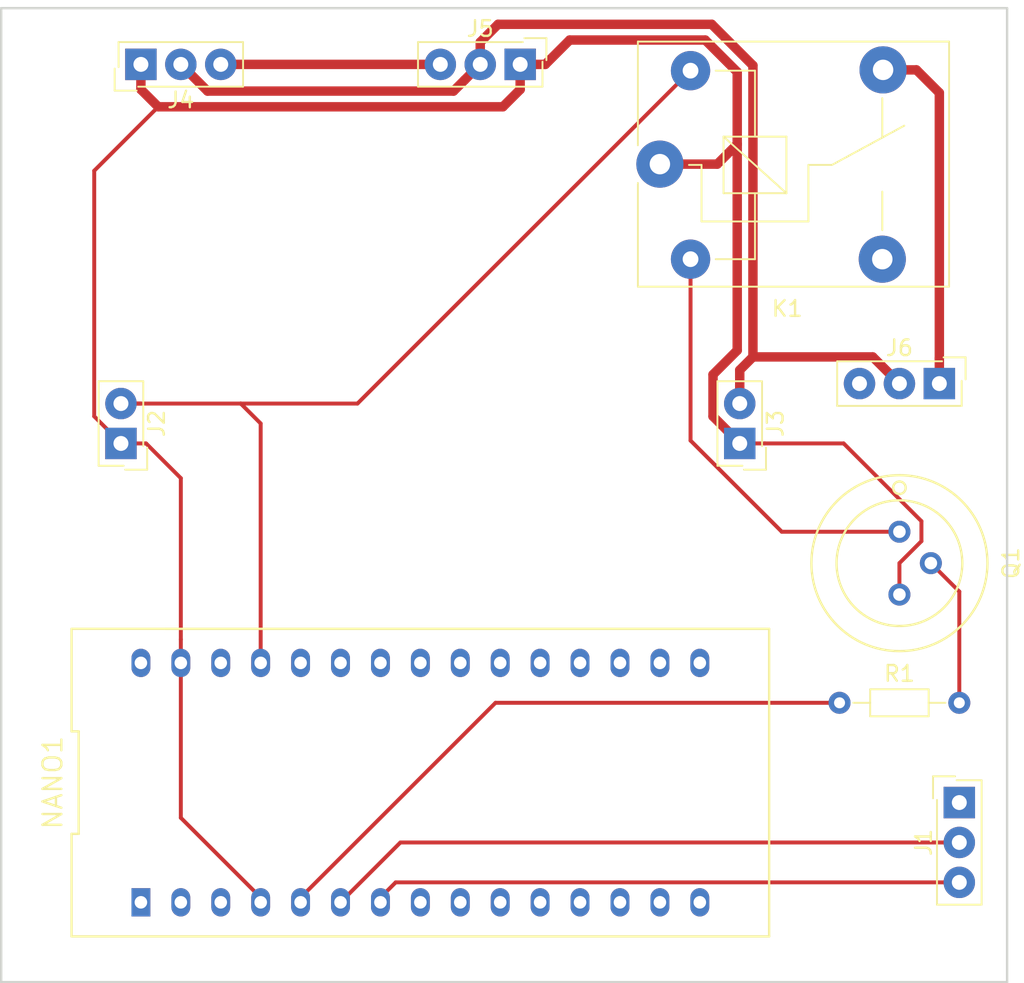
<source format=kicad_pcb>
(kicad_pcb (version 4) (host pcbnew 4.0.7)

  (general
    (links 20)
    (no_connects 2)
    (area 147.244999 33.675 212.845 96.595001)
    (thickness 1.6)
    (drawings 4)
    (tracks 71)
    (zones 0)
    (modules 10)
    (nets 37)
  )

  (page A4)
  (layers
    (0 F.Cu signal)
    (31 B.Cu signal)
    (32 B.Adhes user)
    (33 F.Adhes user)
    (34 B.Paste user)
    (35 F.Paste user)
    (36 B.SilkS user)
    (37 F.SilkS user)
    (38 B.Mask user)
    (39 F.Mask user)
    (40 Dwgs.User user)
    (41 Cmts.User user)
    (42 Eco1.User user)
    (43 Eco2.User user)
    (44 Edge.Cuts user)
    (45 Margin user)
    (46 B.CrtYd user)
    (47 F.CrtYd user)
    (48 B.Fab user)
    (49 F.Fab user)
  )

  (setup
    (last_trace_width 0.25)
    (trace_clearance 0.2)
    (zone_clearance 0.508)
    (zone_45_only no)
    (trace_min 0.2)
    (segment_width 0.2)
    (edge_width 0.15)
    (via_size 0.6)
    (via_drill 0.4)
    (via_min_size 0.4)
    (via_min_drill 0.3)
    (uvia_size 0.3)
    (uvia_drill 0.1)
    (uvias_allowed no)
    (uvia_min_size 0.2)
    (uvia_min_drill 0.1)
    (pcb_text_width 0.3)
    (pcb_text_size 1.5 1.5)
    (mod_edge_width 0.15)
    (mod_text_size 1 1)
    (mod_text_width 0.15)
    (pad_size 1.524 1.524)
    (pad_drill 0.762)
    (pad_to_mask_clearance 0.2)
    (aux_axis_origin 0 0)
    (visible_elements 7FFFFFFF)
    (pcbplotparams
      (layerselection 0x00030_80000001)
      (usegerberextensions false)
      (excludeedgelayer true)
      (linewidth 0.100000)
      (plotframeref false)
      (viasonmask false)
      (mode 1)
      (useauxorigin false)
      (hpglpennumber 1)
      (hpglpenspeed 20)
      (hpglpendiameter 15)
      (hpglpenoverlay 2)
      (psnegative false)
      (psa4output false)
      (plotreference true)
      (plotvalue true)
      (plotinvisibletext false)
      (padsonsilk false)
      (subtractmaskfromsilk false)
      (outputformat 1)
      (mirror false)
      (drillshape 1)
      (scaleselection 1)
      (outputdirectory ""))
  )

  (net 0 "")
  (net 1 "Net-(J1-Pad1)")
  (net 2 "Net-(J1-Pad2)")
  (net 3 "Net-(J1-Pad3)")
  (net 4 "Net-(J2-Pad2)")
  (net 5 "Net-(J4-Pad3)")
  (net 6 "Net-(J6-Pad1)")
  (net 7 "Net-(J6-Pad3)")
  (net 8 "Net-(K1-Pad2)")
  (net 9 "Net-(K1-Pad3)")
  (net 10 "Net-(NANO1-Pad30)")
  (net 11 "Net-(NANO1-Pad1)")
  (net 12 "Net-(NANO1-Pad2)")
  (net 13 "Net-(NANO1-Pad28)")
  (net 14 "Net-(NANO1-Pad3)")
  (net 15 "Net-(NANO1-Pad26)")
  (net 16 "Net-(NANO1-Pad5)")
  (net 17 "Net-(NANO1-Pad25)")
  (net 18 "Net-(NANO1-Pad24)")
  (net 19 "Net-(NANO1-Pad23)")
  (net 20 "Net-(NANO1-Pad8)")
  (net 21 "Net-(NANO1-Pad22)")
  (net 22 "Net-(NANO1-Pad9)")
  (net 23 "Net-(NANO1-Pad21)")
  (net 24 "Net-(NANO1-Pad10)")
  (net 25 "Net-(NANO1-Pad20)")
  (net 26 "Net-(NANO1-Pad11)")
  (net 27 "Net-(NANO1-Pad19)")
  (net 28 "Net-(NANO1-Pad12)")
  (net 29 "Net-(NANO1-Pad18)")
  (net 30 "Net-(NANO1-Pad13)")
  (net 31 "Net-(NANO1-Pad17)")
  (net 32 "Net-(NANO1-Pad14)")
  (net 33 "Net-(NANO1-Pad16)")
  (net 34 "Net-(NANO1-Pad15)")
  (net 35 "Net-(Q1-Pad2)")
  (net 36 "Net-(J3-Pad2)")

  (net_class Default "Ceci est la Netclass par défaut"
    (clearance 0.2)
    (trace_width 0.25)
    (via_dia 0.6)
    (via_drill 0.4)
    (uvia_dia 0.3)
    (uvia_drill 0.1)
    (add_net "Net-(J1-Pad2)")
    (add_net "Net-(J1-Pad3)")
    (add_net "Net-(J2-Pad2)")
    (add_net "Net-(J6-Pad3)")
    (add_net "Net-(K1-Pad2)")
    (add_net "Net-(K1-Pad3)")
    (add_net "Net-(NANO1-Pad1)")
    (add_net "Net-(NANO1-Pad10)")
    (add_net "Net-(NANO1-Pad11)")
    (add_net "Net-(NANO1-Pad12)")
    (add_net "Net-(NANO1-Pad13)")
    (add_net "Net-(NANO1-Pad14)")
    (add_net "Net-(NANO1-Pad15)")
    (add_net "Net-(NANO1-Pad16)")
    (add_net "Net-(NANO1-Pad17)")
    (add_net "Net-(NANO1-Pad18)")
    (add_net "Net-(NANO1-Pad19)")
    (add_net "Net-(NANO1-Pad2)")
    (add_net "Net-(NANO1-Pad20)")
    (add_net "Net-(NANO1-Pad21)")
    (add_net "Net-(NANO1-Pad22)")
    (add_net "Net-(NANO1-Pad23)")
    (add_net "Net-(NANO1-Pad24)")
    (add_net "Net-(NANO1-Pad25)")
    (add_net "Net-(NANO1-Pad26)")
    (add_net "Net-(NANO1-Pad28)")
    (add_net "Net-(NANO1-Pad3)")
    (add_net "Net-(NANO1-Pad30)")
    (add_net "Net-(NANO1-Pad5)")
    (add_net "Net-(NANO1-Pad8)")
    (add_net "Net-(NANO1-Pad9)")
    (add_net "Net-(Q1-Pad2)")
  )

  (net_class "Alim 24V" ""
    (clearance 0.4)
    (trace_width 0.6)
    (via_dia 0.8)
    (via_drill 0.4)
    (uvia_dia 0.3)
    (uvia_drill 0.1)
    (add_net "Net-(J1-Pad1)")
    (add_net "Net-(J3-Pad2)")
    (add_net "Net-(J4-Pad3)")
    (add_net "Net-(J6-Pad1)")
  )

  (module Connectors_Samtec:SL-103-X-XX_1x03 (layer F.Cu) (tedit 590274D5) (tstamp 5B074825)
    (at 208.28 85.09)
    (descr "Low profile, screw machine socket strip, through hole, 100mil / 2.54mm pitch")
    (tags "samtec socket strip tht single")
    (path /5B073F4F)
    (fp_text reference J1 (at -2.27 2.54 90) (layer F.SilkS)
      (effects (font (size 1 1) (thickness 0.15)))
    )
    (fp_text value "Command switch" (at 2.27 2.54 90) (layer F.Fab)
      (effects (font (size 1 1) (thickness 0.15)))
    )
    (fp_line (start -0.17 -1.42) (end 1.42 -1.42) (layer F.SilkS) (width 0.12))
    (fp_line (start 1.42 -1.42) (end 1.42 6.5) (layer F.SilkS) (width 0.12))
    (fp_line (start 1.42 6.5) (end -1.42 6.5) (layer F.SilkS) (width 0.12))
    (fp_line (start -1.42 6.5) (end -1.42 -0.17) (layer F.SilkS) (width 0.12))
    (fp_line (start -0.27 -1.67) (end -1.67 -1.67) (layer F.SilkS) (width 0.12))
    (fp_line (start -1.67 -1.67) (end -1.67 -0.27) (layer F.SilkS) (width 0.12))
    (fp_line (start -0.27 -1.67) (end -1.67 -1.67) (layer F.Fab) (width 0.1))
    (fp_line (start -1.67 -1.67) (end -1.67 -0.27) (layer F.Fab) (width 0.1))
    (fp_line (start -1.27 -1.27) (end -1.27 6.35) (layer F.Fab) (width 0.1))
    (fp_line (start -1.27 6.35) (end 1.27 6.35) (layer F.Fab) (width 0.1))
    (fp_line (start 1.27 6.35) (end 1.27 -1.27) (layer F.Fab) (width 0.1))
    (fp_line (start 1.27 -1.27) (end -1.27 -1.27) (layer F.Fab) (width 0.1))
    (fp_line (start -1.77 -1.77) (end -1.77 6.85) (layer F.CrtYd) (width 0.05))
    (fp_line (start -1.77 6.85) (end 1.77 6.85) (layer F.CrtYd) (width 0.05))
    (fp_line (start 1.77 6.85) (end 1.77 -1.77) (layer F.CrtYd) (width 0.05))
    (fp_line (start 1.77 -1.77) (end -1.77 -1.77) (layer F.CrtYd) (width 0.05))
    (fp_line (start -1.27 1.27) (end -1.07 1.27) (layer F.Fab) (width 0.1))
    (fp_line (start 1.27 1.27) (end 1.07 1.27) (layer F.Fab) (width 0.1))
    (fp_line (start -1.27 3.81) (end -1.07 3.81) (layer F.Fab) (width 0.1))
    (fp_line (start 1.27 3.81) (end 1.07 3.81) (layer F.Fab) (width 0.1))
    (fp_line (start -1.27 6.35) (end -1.07 6.35) (layer F.Fab) (width 0.1))
    (fp_line (start 1.27 6.35) (end 1.07 6.35) (layer F.Fab) (width 0.1))
    (fp_text user %R (at 0 2.54 90) (layer F.Fab)
      (effects (font (size 1 1) (thickness 0.15)))
    )
    (pad 1 thru_hole rect (at 0 0) (size 2 2) (drill 0.95) (layers *.Cu *.Mask)
      (net 1 "Net-(J1-Pad1)"))
    (pad 2 thru_hole circle (at 0 2.54) (size 2 2) (drill 0.95) (layers *.Cu *.Mask)
      (net 2 "Net-(J1-Pad2)"))
    (pad 3 thru_hole circle (at 0 5.08) (size 2 2) (drill 0.95) (layers *.Cu *.Mask)
      (net 3 "Net-(J1-Pad3)"))
    (model ${KISYS3DMOD}/Connectors_Samtec.3dshapes/SL-103-X-XX_1x03.wrl
      (at (xyz 0 0 0))
      (scale (xyz 1 1 1))
      (rotate (xyz 0 0 0))
    )
  )

  (module Connectors_Samtec:SL-102-X-XX_1x02 (layer F.Cu) (tedit 590274D5) (tstamp 5B07482B)
    (at 154.94 62.23 180)
    (descr "Low profile, screw machine socket strip, through hole, 100mil / 2.54mm pitch")
    (tags "samtec socket strip tht single")
    (path /5B0739FD)
    (fp_text reference J2 (at -2.27 1.27 270) (layer F.SilkS)
      (effects (font (size 1 1) (thickness 0.15)))
    )
    (fp_text value "Transfo Output 5V" (at 2.27 1.27 270) (layer F.Fab)
      (effects (font (size 1 1) (thickness 0.15)))
    )
    (fp_line (start -0.17 -1.42) (end 1.42 -1.42) (layer F.SilkS) (width 0.12))
    (fp_line (start 1.42 -1.42) (end 1.42 3.96) (layer F.SilkS) (width 0.12))
    (fp_line (start 1.42 3.96) (end -1.42 3.96) (layer F.SilkS) (width 0.12))
    (fp_line (start -1.42 3.96) (end -1.42 -0.17) (layer F.SilkS) (width 0.12))
    (fp_line (start -0.27 -1.67) (end -1.67 -1.67) (layer F.SilkS) (width 0.12))
    (fp_line (start -1.67 -1.67) (end -1.67 -0.27) (layer F.SilkS) (width 0.12))
    (fp_line (start -0.27 -1.67) (end -1.67 -1.67) (layer F.Fab) (width 0.1))
    (fp_line (start -1.67 -1.67) (end -1.67 -0.27) (layer F.Fab) (width 0.1))
    (fp_line (start -1.27 -1.27) (end -1.27 3.81) (layer F.Fab) (width 0.1))
    (fp_line (start -1.27 3.81) (end 1.27 3.81) (layer F.Fab) (width 0.1))
    (fp_line (start 1.27 3.81) (end 1.27 -1.27) (layer F.Fab) (width 0.1))
    (fp_line (start 1.27 -1.27) (end -1.27 -1.27) (layer F.Fab) (width 0.1))
    (fp_line (start -1.77 -1.77) (end -1.77 4.31) (layer F.CrtYd) (width 0.05))
    (fp_line (start -1.77 4.31) (end 1.77 4.31) (layer F.CrtYd) (width 0.05))
    (fp_line (start 1.77 4.31) (end 1.77 -1.77) (layer F.CrtYd) (width 0.05))
    (fp_line (start 1.77 -1.77) (end -1.77 -1.77) (layer F.CrtYd) (width 0.05))
    (fp_line (start -1.27 1.27) (end -1.07 1.27) (layer F.Fab) (width 0.1))
    (fp_line (start 1.27 1.27) (end 1.07 1.27) (layer F.Fab) (width 0.1))
    (fp_line (start -1.27 3.81) (end -1.07 3.81) (layer F.Fab) (width 0.1))
    (fp_line (start 1.27 3.81) (end 1.07 3.81) (layer F.Fab) (width 0.1))
    (fp_text user %R (at 0 1.27 270) (layer F.Fab)
      (effects (font (size 1 1) (thickness 0.15)))
    )
    (pad 1 thru_hole rect (at 0 0 180) (size 2 2) (drill 0.95) (layers *.Cu *.Mask)
      (net 1 "Net-(J1-Pad1)"))
    (pad 2 thru_hole circle (at 0 2.54 180) (size 2 2) (drill 0.95) (layers *.Cu *.Mask)
      (net 4 "Net-(J2-Pad2)"))
    (model ${KISYS3DMOD}/Connectors_Samtec.3dshapes/SL-102-X-XX_1x02.wrl
      (at (xyz 0 0 0))
      (scale (xyz 1 1 1))
      (rotate (xyz 0 0 0))
    )
  )

  (module Connectors_Samtec:SL-102-X-XX_1x02 (layer F.Cu) (tedit 590274D5) (tstamp 5B074831)
    (at 194.31 62.23 180)
    (descr "Low profile, screw machine socket strip, through hole, 100mil / 2.54mm pitch")
    (tags "samtec socket strip tht single")
    (path /5B073634)
    (fp_text reference J3 (at -2.27 1.27 270) (layer F.SilkS)
      (effects (font (size 1 1) (thickness 0.15)))
    )
    (fp_text value "Transfo Input 24V" (at 2.27 1.27 270) (layer F.Fab)
      (effects (font (size 1 1) (thickness 0.15)))
    )
    (fp_line (start -0.17 -1.42) (end 1.42 -1.42) (layer F.SilkS) (width 0.12))
    (fp_line (start 1.42 -1.42) (end 1.42 3.96) (layer F.SilkS) (width 0.12))
    (fp_line (start 1.42 3.96) (end -1.42 3.96) (layer F.SilkS) (width 0.12))
    (fp_line (start -1.42 3.96) (end -1.42 -0.17) (layer F.SilkS) (width 0.12))
    (fp_line (start -0.27 -1.67) (end -1.67 -1.67) (layer F.SilkS) (width 0.12))
    (fp_line (start -1.67 -1.67) (end -1.67 -0.27) (layer F.SilkS) (width 0.12))
    (fp_line (start -0.27 -1.67) (end -1.67 -1.67) (layer F.Fab) (width 0.1))
    (fp_line (start -1.67 -1.67) (end -1.67 -0.27) (layer F.Fab) (width 0.1))
    (fp_line (start -1.27 -1.27) (end -1.27 3.81) (layer F.Fab) (width 0.1))
    (fp_line (start -1.27 3.81) (end 1.27 3.81) (layer F.Fab) (width 0.1))
    (fp_line (start 1.27 3.81) (end 1.27 -1.27) (layer F.Fab) (width 0.1))
    (fp_line (start 1.27 -1.27) (end -1.27 -1.27) (layer F.Fab) (width 0.1))
    (fp_line (start -1.77 -1.77) (end -1.77 4.31) (layer F.CrtYd) (width 0.05))
    (fp_line (start -1.77 4.31) (end 1.77 4.31) (layer F.CrtYd) (width 0.05))
    (fp_line (start 1.77 4.31) (end 1.77 -1.77) (layer F.CrtYd) (width 0.05))
    (fp_line (start 1.77 -1.77) (end -1.77 -1.77) (layer F.CrtYd) (width 0.05))
    (fp_line (start -1.27 1.27) (end -1.07 1.27) (layer F.Fab) (width 0.1))
    (fp_line (start 1.27 1.27) (end 1.07 1.27) (layer F.Fab) (width 0.1))
    (fp_line (start -1.27 3.81) (end -1.07 3.81) (layer F.Fab) (width 0.1))
    (fp_line (start 1.27 3.81) (end 1.07 3.81) (layer F.Fab) (width 0.1))
    (fp_text user %R (at 0 1.27 270) (layer F.Fab)
      (effects (font (size 1 1) (thickness 0.15)))
    )
    (pad 1 thru_hole rect (at 0 0 180) (size 2 2) (drill 0.95) (layers *.Cu *.Mask)
      (net 1 "Net-(J1-Pad1)"))
    (pad 2 thru_hole circle (at 0 2.54 180) (size 2 2) (drill 0.95) (layers *.Cu *.Mask)
      (net 36 "Net-(J3-Pad2)"))
    (model ${KISYS3DMOD}/Connectors_Samtec.3dshapes/SL-102-X-XX_1x02.wrl
      (at (xyz 0 0 0))
      (scale (xyz 1 1 1))
      (rotate (xyz 0 0 0))
    )
  )

  (module Connectors_Samtec:SL-103-X-XX_1x03 (layer F.Cu) (tedit 590274D5) (tstamp 5B074838)
    (at 156.21 38.1 90)
    (descr "Low profile, screw machine socket strip, through hole, 100mil / 2.54mm pitch")
    (tags "samtec socket strip tht single")
    (path /5B0729D3)
    (fp_text reference J4 (at -2.27 2.54 180) (layer F.SilkS)
      (effects (font (size 1 1) (thickness 0.15)))
    )
    (fp_text value "24V In. / Compressor relay" (at 2.27 2.54 180) (layer F.Fab)
      (effects (font (size 1 1) (thickness 0.15)))
    )
    (fp_line (start -0.17 -1.42) (end 1.42 -1.42) (layer F.SilkS) (width 0.12))
    (fp_line (start 1.42 -1.42) (end 1.42 6.5) (layer F.SilkS) (width 0.12))
    (fp_line (start 1.42 6.5) (end -1.42 6.5) (layer F.SilkS) (width 0.12))
    (fp_line (start -1.42 6.5) (end -1.42 -0.17) (layer F.SilkS) (width 0.12))
    (fp_line (start -0.27 -1.67) (end -1.67 -1.67) (layer F.SilkS) (width 0.12))
    (fp_line (start -1.67 -1.67) (end -1.67 -0.27) (layer F.SilkS) (width 0.12))
    (fp_line (start -0.27 -1.67) (end -1.67 -1.67) (layer F.Fab) (width 0.1))
    (fp_line (start -1.67 -1.67) (end -1.67 -0.27) (layer F.Fab) (width 0.1))
    (fp_line (start -1.27 -1.27) (end -1.27 6.35) (layer F.Fab) (width 0.1))
    (fp_line (start -1.27 6.35) (end 1.27 6.35) (layer F.Fab) (width 0.1))
    (fp_line (start 1.27 6.35) (end 1.27 -1.27) (layer F.Fab) (width 0.1))
    (fp_line (start 1.27 -1.27) (end -1.27 -1.27) (layer F.Fab) (width 0.1))
    (fp_line (start -1.77 -1.77) (end -1.77 6.85) (layer F.CrtYd) (width 0.05))
    (fp_line (start -1.77 6.85) (end 1.77 6.85) (layer F.CrtYd) (width 0.05))
    (fp_line (start 1.77 6.85) (end 1.77 -1.77) (layer F.CrtYd) (width 0.05))
    (fp_line (start 1.77 -1.77) (end -1.77 -1.77) (layer F.CrtYd) (width 0.05))
    (fp_line (start -1.27 1.27) (end -1.07 1.27) (layer F.Fab) (width 0.1))
    (fp_line (start 1.27 1.27) (end 1.07 1.27) (layer F.Fab) (width 0.1))
    (fp_line (start -1.27 3.81) (end -1.07 3.81) (layer F.Fab) (width 0.1))
    (fp_line (start 1.27 3.81) (end 1.07 3.81) (layer F.Fab) (width 0.1))
    (fp_line (start -1.27 6.35) (end -1.07 6.35) (layer F.Fab) (width 0.1))
    (fp_line (start 1.27 6.35) (end 1.07 6.35) (layer F.Fab) (width 0.1))
    (fp_text user %R (at 0 2.54 180) (layer F.Fab)
      (effects (font (size 1 1) (thickness 0.15)))
    )
    (pad 1 thru_hole rect (at 0 0 90) (size 2 2) (drill 0.95) (layers *.Cu *.Mask)
      (net 1 "Net-(J1-Pad1)"))
    (pad 2 thru_hole circle (at 0 2.54 90) (size 2 2) (drill 0.95) (layers *.Cu *.Mask)
      (net 36 "Net-(J3-Pad2)"))
    (pad 3 thru_hole circle (at 0 5.08 90) (size 2 2) (drill 0.95) (layers *.Cu *.Mask)
      (net 5 "Net-(J4-Pad3)"))
    (model ${KISYS3DMOD}/Connectors_Samtec.3dshapes/SL-103-X-XX_1x03.wrl
      (at (xyz 0 0 0))
      (scale (xyz 1 1 1))
      (rotate (xyz 0 0 0))
    )
  )

  (module Connectors_Samtec:SL-103-X-XX_1x03 (layer F.Cu) (tedit 590274D5) (tstamp 5B07483F)
    (at 180.34 38.1 270)
    (descr "Low profile, screw machine socket strip, through hole, 100mil / 2.54mm pitch")
    (tags "samtec socket strip tht single")
    (path /5B073DA7)
    (fp_text reference J5 (at -2.27 2.54 360) (layer F.SilkS)
      (effects (font (size 1 1) (thickness 0.15)))
    )
    (fp_text value "Pressure switch" (at 2.27 2.54 360) (layer F.Fab)
      (effects (font (size 1 1) (thickness 0.15)))
    )
    (fp_line (start -0.17 -1.42) (end 1.42 -1.42) (layer F.SilkS) (width 0.12))
    (fp_line (start 1.42 -1.42) (end 1.42 6.5) (layer F.SilkS) (width 0.12))
    (fp_line (start 1.42 6.5) (end -1.42 6.5) (layer F.SilkS) (width 0.12))
    (fp_line (start -1.42 6.5) (end -1.42 -0.17) (layer F.SilkS) (width 0.12))
    (fp_line (start -0.27 -1.67) (end -1.67 -1.67) (layer F.SilkS) (width 0.12))
    (fp_line (start -1.67 -1.67) (end -1.67 -0.27) (layer F.SilkS) (width 0.12))
    (fp_line (start -0.27 -1.67) (end -1.67 -1.67) (layer F.Fab) (width 0.1))
    (fp_line (start -1.67 -1.67) (end -1.67 -0.27) (layer F.Fab) (width 0.1))
    (fp_line (start -1.27 -1.27) (end -1.27 6.35) (layer F.Fab) (width 0.1))
    (fp_line (start -1.27 6.35) (end 1.27 6.35) (layer F.Fab) (width 0.1))
    (fp_line (start 1.27 6.35) (end 1.27 -1.27) (layer F.Fab) (width 0.1))
    (fp_line (start 1.27 -1.27) (end -1.27 -1.27) (layer F.Fab) (width 0.1))
    (fp_line (start -1.77 -1.77) (end -1.77 6.85) (layer F.CrtYd) (width 0.05))
    (fp_line (start -1.77 6.85) (end 1.77 6.85) (layer F.CrtYd) (width 0.05))
    (fp_line (start 1.77 6.85) (end 1.77 -1.77) (layer F.CrtYd) (width 0.05))
    (fp_line (start 1.77 -1.77) (end -1.77 -1.77) (layer F.CrtYd) (width 0.05))
    (fp_line (start -1.27 1.27) (end -1.07 1.27) (layer F.Fab) (width 0.1))
    (fp_line (start 1.27 1.27) (end 1.07 1.27) (layer F.Fab) (width 0.1))
    (fp_line (start -1.27 3.81) (end -1.07 3.81) (layer F.Fab) (width 0.1))
    (fp_line (start 1.27 3.81) (end 1.07 3.81) (layer F.Fab) (width 0.1))
    (fp_line (start -1.27 6.35) (end -1.07 6.35) (layer F.Fab) (width 0.1))
    (fp_line (start 1.27 6.35) (end 1.07 6.35) (layer F.Fab) (width 0.1))
    (fp_text user %R (at 0 2.54 360) (layer F.Fab)
      (effects (font (size 1 1) (thickness 0.15)))
    )
    (pad 1 thru_hole rect (at 0 0 270) (size 2 2) (drill 0.95) (layers *.Cu *.Mask)
      (net 1 "Net-(J1-Pad1)"))
    (pad 2 thru_hole circle (at 0 2.54 270) (size 2 2) (drill 0.95) (layers *.Cu *.Mask)
      (net 36 "Net-(J3-Pad2)"))
    (pad 3 thru_hole circle (at 0 5.08 270) (size 2 2) (drill 0.95) (layers *.Cu *.Mask)
      (net 5 "Net-(J4-Pad3)"))
    (model ${KISYS3DMOD}/Connectors_Samtec.3dshapes/SL-103-X-XX_1x03.wrl
      (at (xyz 0 0 0))
      (scale (xyz 1 1 1))
      (rotate (xyz 0 0 0))
    )
  )

  (module Connectors_Samtec:SL-103-X-XX_1x03 (layer F.Cu) (tedit 590274D5) (tstamp 5B074846)
    (at 207.01 58.42 270)
    (descr "Low profile, screw machine socket strip, through hole, 100mil / 2.54mm pitch")
    (tags "samtec socket strip tht single")
    (path /5B075310)
    (fp_text reference J6 (at -2.27 2.54 360) (layer F.SilkS)
      (effects (font (size 1 1) (thickness 0.15)))
    )
    (fp_text value "Solenoid valve" (at 2.27 2.54 360) (layer F.Fab)
      (effects (font (size 1 1) (thickness 0.15)))
    )
    (fp_line (start -0.17 -1.42) (end 1.42 -1.42) (layer F.SilkS) (width 0.12))
    (fp_line (start 1.42 -1.42) (end 1.42 6.5) (layer F.SilkS) (width 0.12))
    (fp_line (start 1.42 6.5) (end -1.42 6.5) (layer F.SilkS) (width 0.12))
    (fp_line (start -1.42 6.5) (end -1.42 -0.17) (layer F.SilkS) (width 0.12))
    (fp_line (start -0.27 -1.67) (end -1.67 -1.67) (layer F.SilkS) (width 0.12))
    (fp_line (start -1.67 -1.67) (end -1.67 -0.27) (layer F.SilkS) (width 0.12))
    (fp_line (start -0.27 -1.67) (end -1.67 -1.67) (layer F.Fab) (width 0.1))
    (fp_line (start -1.67 -1.67) (end -1.67 -0.27) (layer F.Fab) (width 0.1))
    (fp_line (start -1.27 -1.27) (end -1.27 6.35) (layer F.Fab) (width 0.1))
    (fp_line (start -1.27 6.35) (end 1.27 6.35) (layer F.Fab) (width 0.1))
    (fp_line (start 1.27 6.35) (end 1.27 -1.27) (layer F.Fab) (width 0.1))
    (fp_line (start 1.27 -1.27) (end -1.27 -1.27) (layer F.Fab) (width 0.1))
    (fp_line (start -1.77 -1.77) (end -1.77 6.85) (layer F.CrtYd) (width 0.05))
    (fp_line (start -1.77 6.85) (end 1.77 6.85) (layer F.CrtYd) (width 0.05))
    (fp_line (start 1.77 6.85) (end 1.77 -1.77) (layer F.CrtYd) (width 0.05))
    (fp_line (start 1.77 -1.77) (end -1.77 -1.77) (layer F.CrtYd) (width 0.05))
    (fp_line (start -1.27 1.27) (end -1.07 1.27) (layer F.Fab) (width 0.1))
    (fp_line (start 1.27 1.27) (end 1.07 1.27) (layer F.Fab) (width 0.1))
    (fp_line (start -1.27 3.81) (end -1.07 3.81) (layer F.Fab) (width 0.1))
    (fp_line (start 1.27 3.81) (end 1.07 3.81) (layer F.Fab) (width 0.1))
    (fp_line (start -1.27 6.35) (end -1.07 6.35) (layer F.Fab) (width 0.1))
    (fp_line (start 1.27 6.35) (end 1.07 6.35) (layer F.Fab) (width 0.1))
    (fp_text user %R (at 0 2.54 360) (layer F.Fab)
      (effects (font (size 1 1) (thickness 0.15)))
    )
    (pad 1 thru_hole rect (at 0 0 270) (size 2 2) (drill 0.95) (layers *.Cu *.Mask)
      (net 6 "Net-(J6-Pad1)"))
    (pad 2 thru_hole circle (at 0 2.54 270) (size 2 2) (drill 0.95) (layers *.Cu *.Mask)
      (net 36 "Net-(J3-Pad2)"))
    (pad 3 thru_hole circle (at 0 5.08 270) (size 2 2) (drill 0.95) (layers *.Cu *.Mask)
      (net 7 "Net-(J6-Pad3)"))
    (model ${KISYS3DMOD}/Connectors_Samtec.3dshapes/SL-103-X-XX_1x03.wrl
      (at (xyz 0 0 0))
      (scale (xyz 1 1 1))
      (rotate (xyz 0 0 0))
    )
  )

  (module Relays_THT:Relay_SPDT_SANYOU_SRD_Series_Form_C (layer F.Cu) (tedit 58FA3148) (tstamp 5B07484F)
    (at 189.23 44.45)
    (descr "relay Sanyou SRD series Form C http://www.sanyourelay.ca/public/products/pdf/SRD.pdf")
    (tags "relay Sanyu SRD form C")
    (path /5B074D11)
    (fp_text reference K1 (at 8.1 9.2) (layer F.SilkS)
      (effects (font (size 1 1) (thickness 0.15)))
    )
    (fp_text value "Solenoid valve relay" (at 8 -9.6) (layer F.Fab)
      (effects (font (size 1 1) (thickness 0.15)))
    )
    (fp_line (start -1.4 1.2) (end -1.4 7.8) (layer F.SilkS) (width 0.12))
    (fp_line (start -1.4 -7.8) (end -1.4 -1.2) (layer F.SilkS) (width 0.12))
    (fp_line (start -1.4 -7.8) (end 18.4 -7.8) (layer F.SilkS) (width 0.12))
    (fp_line (start 18.4 -7.8) (end 18.4 7.8) (layer F.SilkS) (width 0.12))
    (fp_line (start 18.4 7.8) (end -1.4 7.8) (layer F.SilkS) (width 0.12))
    (fp_text user 1 (at 0 -2.3) (layer F.Fab)
      (effects (font (size 1 1) (thickness 0.15)))
    )
    (fp_line (start -1.3 -7.7) (end 18.3 -7.7) (layer F.Fab) (width 0.12))
    (fp_line (start 18.3 -7.7) (end 18.3 7.7) (layer F.Fab) (width 0.12))
    (fp_line (start 18.3 7.7) (end -1.3 7.7) (layer F.Fab) (width 0.12))
    (fp_line (start -1.3 7.7) (end -1.3 -7.7) (layer F.Fab) (width 0.12))
    (fp_text user %R (at 7.1 0.025) (layer F.Fab)
      (effects (font (size 1 1) (thickness 0.15)))
    )
    (fp_line (start 18.55 -7.95) (end -1.55 -7.95) (layer F.CrtYd) (width 0.05))
    (fp_line (start -1.55 7.95) (end -1.55 -7.95) (layer F.CrtYd) (width 0.05))
    (fp_line (start 18.55 -7.95) (end 18.55 7.95) (layer F.CrtYd) (width 0.05))
    (fp_line (start -1.55 7.95) (end 18.55 7.95) (layer F.CrtYd) (width 0.05))
    (fp_line (start 14.15 4.2) (end 14.15 1.75) (layer F.SilkS) (width 0.12))
    (fp_line (start 14.15 -4.2) (end 14.15 -1.7) (layer F.SilkS) (width 0.12))
    (fp_line (start 3.55 6.05) (end 6.05 6.05) (layer F.SilkS) (width 0.12))
    (fp_line (start 2.65 0.05) (end 1.85 0.05) (layer F.SilkS) (width 0.12))
    (fp_line (start 6.05 -5.95) (end 3.55 -5.95) (layer F.SilkS) (width 0.12))
    (fp_line (start 9.45 0.05) (end 10.95 0.05) (layer F.SilkS) (width 0.12))
    (fp_line (start 10.95 0.05) (end 15.55 -2.45) (layer F.SilkS) (width 0.12))
    (fp_line (start 9.45 3.65) (end 2.65 3.65) (layer F.SilkS) (width 0.12))
    (fp_line (start 9.45 0.05) (end 9.45 3.65) (layer F.SilkS) (width 0.12))
    (fp_line (start 2.65 0.05) (end 2.65 3.65) (layer F.SilkS) (width 0.12))
    (fp_line (start 6.05 -5.95) (end 6.05 -1.75) (layer F.SilkS) (width 0.12))
    (fp_line (start 6.05 1.85) (end 6.05 6.05) (layer F.SilkS) (width 0.12))
    (fp_line (start 8.05 1.85) (end 4.05 -1.75) (layer F.SilkS) (width 0.12))
    (fp_line (start 4.05 1.85) (end 4.05 -1.75) (layer F.SilkS) (width 0.12))
    (fp_line (start 4.05 -1.75) (end 8.05 -1.75) (layer F.SilkS) (width 0.12))
    (fp_line (start 8.05 -1.75) (end 8.05 1.85) (layer F.SilkS) (width 0.12))
    (fp_line (start 8.05 1.85) (end 4.05 1.85) (layer F.SilkS) (width 0.12))
    (pad 2 thru_hole circle (at 1.95 6.05 90) (size 2.5 2.5) (drill 1) (layers *.Cu *.Mask)
      (net 8 "Net-(K1-Pad2)"))
    (pad 3 thru_hole circle (at 14.15 6.05 90) (size 3 3) (drill 1.3) (layers *.Cu *.Mask)
      (net 9 "Net-(K1-Pad3)"))
    (pad 4 thru_hole circle (at 14.2 -6 90) (size 3 3) (drill 1.3) (layers *.Cu *.Mask)
      (net 6 "Net-(J6-Pad1)"))
    (pad 5 thru_hole circle (at 1.95 -5.95 90) (size 2.5 2.5) (drill 1) (layers *.Cu *.Mask)
      (net 4 "Net-(J2-Pad2)"))
    (pad 1 thru_hole circle (at 0 0 90) (size 3 3) (drill 1.3) (layers *.Cu *.Mask)
      (net 1 "Net-(J1-Pad1)"))
    (model ${KISYS3DMOD}/Relays_THT.3dshapes/Relay_SPDT_SANYOU_SRD_Series_Form_C.wrl
      (at (xyz 0 0 0))
      (scale (xyz 1 1 1))
      (rotate (xyz 0 0 0))
    )
  )

  (module arduino-nano-3:arduino-nano-3 (layer F.Cu) (tedit 5B0731E5) (tstamp 5B07487D)
    (at 173.99 83.82)
    (tags arduino)
    (path /5B07299C)
    (fp_text reference NANO1 (at -23.39 0 90) (layer F.SilkS)
      (effects (font (size 1.2 1.2) (thickness 0.15)))
    )
    (fp_text value arduino-nano-3 (at 0 0) (layer F.Fab)
      (effects (font (size 1.2 1.2) (thickness 0.15)))
    )
    (fp_line (start -22.5 -10) (end -22.5 10) (layer F.CrtYd) (width 0.15))
    (fp_line (start -22.5 10) (end 22.5 10) (layer F.CrtYd) (width 0.15))
    (fp_line (start 22.5 10) (end 22.5 -10) (layer F.CrtYd) (width 0.15))
    (fp_line (start 22.5 -10) (end -22.5 -10) (layer F.CrtYd) (width 0.15))
    (fp_line (start -22.19 9.789999) (end 22.19 9.79) (layer F.SilkS) (width 0.15))
    (fp_line (start 22.19 9.79) (end 22.19 -9.789999) (layer F.SilkS) (width 0.15))
    (fp_line (start 22.19 -9.789999) (end -22.19 -9.79) (layer F.SilkS) (width 0.15))
    (fp_line (start -22.19 -9.79) (end -22.19 -3.263333) (layer F.SilkS) (width 0.15))
    (fp_line (start -22.19 -3.263333) (end -21.74 -3.263333) (layer F.SilkS) (width 0.15))
    (fp_line (start -21.74 -3.263333) (end -21.74 3.263333) (layer F.SilkS) (width 0.15))
    (fp_line (start -21.74 3.263333) (end -22.19 3.263333) (layer F.SilkS) (width 0.15))
    (fp_line (start -22.19 3.263333) (end -22.19 9.789999) (layer F.SilkS) (width 0.15))
    (pad 30 thru_hole oval (at -17.78 -7.62) (size 1.2 1.8) (drill 0.8) (layers *.Cu *.Mask)
      (net 10 "Net-(NANO1-Pad30)"))
    (pad 1 thru_hole rect (at -17.78 7.62) (size 1.2 1.8) (drill 0.8) (layers *.Cu *.Mask)
      (net 11 "Net-(NANO1-Pad1)"))
    (pad 29 thru_hole oval (at -15.24 -7.62) (size 1.2 1.8) (drill 0.8) (layers *.Cu *.Mask)
      (net 1 "Net-(J1-Pad1)"))
    (pad 2 thru_hole oval (at -15.24 7.62) (size 1.2 1.8) (drill 0.8) (layers *.Cu *.Mask)
      (net 12 "Net-(NANO1-Pad2)"))
    (pad 28 thru_hole oval (at -12.7 -7.62) (size 1.2 1.8) (drill 0.8) (layers *.Cu *.Mask)
      (net 13 "Net-(NANO1-Pad28)"))
    (pad 3 thru_hole oval (at -12.7 7.62) (size 1.2 1.8) (drill 0.8) (layers *.Cu *.Mask)
      (net 14 "Net-(NANO1-Pad3)"))
    (pad 27 thru_hole oval (at -10.16 -7.62) (size 1.2 1.8) (drill 0.8) (layers *.Cu *.Mask)
      (net 4 "Net-(J2-Pad2)"))
    (pad 4 thru_hole oval (at -10.16 7.62) (size 1.2 1.8) (drill 0.8) (layers *.Cu *.Mask)
      (net 1 "Net-(J1-Pad1)"))
    (pad 26 thru_hole oval (at -7.62 -7.62) (size 1.2 1.8) (drill 0.8) (layers *.Cu *.Mask)
      (net 15 "Net-(NANO1-Pad26)"))
    (pad 5 thru_hole oval (at -7.62 7.62) (size 1.2 1.8) (drill 0.8) (layers *.Cu *.Mask)
      (net 16 "Net-(NANO1-Pad5)"))
    (pad 25 thru_hole oval (at -5.08 -7.62) (size 1.2 1.8) (drill 0.8) (layers *.Cu *.Mask)
      (net 17 "Net-(NANO1-Pad25)"))
    (pad 6 thru_hole oval (at -5.08 7.62) (size 1.2 1.8) (drill 0.8) (layers *.Cu *.Mask)
      (net 2 "Net-(J1-Pad2)"))
    (pad 24 thru_hole oval (at -2.54 -7.62) (size 1.2 1.8) (drill 0.8) (layers *.Cu *.Mask)
      (net 18 "Net-(NANO1-Pad24)"))
    (pad 7 thru_hole oval (at -2.54 7.62) (size 1.2 1.8) (drill 0.8) (layers *.Cu *.Mask)
      (net 3 "Net-(J1-Pad3)"))
    (pad 23 thru_hole oval (at 0 -7.62) (size 1.2 1.8) (drill 0.8) (layers *.Cu *.Mask)
      (net 19 "Net-(NANO1-Pad23)"))
    (pad 8 thru_hole oval (at 0 7.62) (size 1.2 1.8) (drill 0.8) (layers *.Cu *.Mask)
      (net 20 "Net-(NANO1-Pad8)"))
    (pad 22 thru_hole oval (at 2.54 -7.62) (size 1.2 1.8) (drill 0.8) (layers *.Cu *.Mask)
      (net 21 "Net-(NANO1-Pad22)"))
    (pad 9 thru_hole oval (at 2.54 7.62) (size 1.2 1.8) (drill 0.8) (layers *.Cu *.Mask)
      (net 22 "Net-(NANO1-Pad9)"))
    (pad 21 thru_hole oval (at 5.08 -7.62) (size 1.2 1.8) (drill 0.8) (layers *.Cu *.Mask)
      (net 23 "Net-(NANO1-Pad21)"))
    (pad 10 thru_hole oval (at 5.08 7.62) (size 1.2 1.8) (drill 0.8) (layers *.Cu *.Mask)
      (net 24 "Net-(NANO1-Pad10)"))
    (pad 20 thru_hole oval (at 7.62 -7.62) (size 1.2 1.8) (drill 0.8) (layers *.Cu *.Mask)
      (net 25 "Net-(NANO1-Pad20)"))
    (pad 11 thru_hole oval (at 7.62 7.62) (size 1.2 1.8) (drill 0.8) (layers *.Cu *.Mask)
      (net 26 "Net-(NANO1-Pad11)"))
    (pad 19 thru_hole oval (at 10.16 -7.62) (size 1.2 1.8) (drill 0.8) (layers *.Cu *.Mask)
      (net 27 "Net-(NANO1-Pad19)"))
    (pad 12 thru_hole oval (at 10.16 7.62) (size 1.2 1.8) (drill 0.8) (layers *.Cu *.Mask)
      (net 28 "Net-(NANO1-Pad12)"))
    (pad 18 thru_hole oval (at 12.7 -7.62) (size 1.2 1.8) (drill 0.8) (layers *.Cu *.Mask)
      (net 29 "Net-(NANO1-Pad18)"))
    (pad 13 thru_hole oval (at 12.7 7.62) (size 1.2 1.8) (drill 0.8) (layers *.Cu *.Mask)
      (net 30 "Net-(NANO1-Pad13)"))
    (pad 17 thru_hole oval (at 15.24 -7.62) (size 1.2 1.8) (drill 0.8) (layers *.Cu *.Mask)
      (net 31 "Net-(NANO1-Pad17)"))
    (pad 14 thru_hole oval (at 15.24 7.62) (size 1.2 1.8) (drill 0.8) (layers *.Cu *.Mask)
      (net 32 "Net-(NANO1-Pad14)"))
    (pad 16 thru_hole oval (at 17.78 -7.62) (size 1.2 1.8) (drill 0.8) (layers *.Cu *.Mask)
      (net 33 "Net-(NANO1-Pad16)"))
    (pad 15 thru_hole oval (at 17.78 7.62) (size 1.2 1.8) (drill 0.8) (layers *.Cu *.Mask)
      (net 34 "Net-(NANO1-Pad15)"))
  )

  (module Transistors_OldSowjetAera:OldSowjetaera_Transistor_Type-II_SmallPads (layer F.Cu) (tedit 0) (tstamp 5B074884)
    (at 204.47 69.85 270)
    (path /5B0749A0)
    (fp_text reference Q1 (at 0 -7.1 270) (layer F.SilkS)
      (effects (font (size 1 1) (thickness 0.15)))
    )
    (fp_text value BC547 (at 0.1 7.6 270) (layer F.Fab)
      (effects (font (size 1 1) (thickness 0.15)))
    )
    (fp_circle (center -4.8 0) (end -4.8 0.4) (layer F.SilkS) (width 0.15))
    (fp_circle (center 0 0) (end 4 0) (layer F.SilkS) (width 0.15))
    (fp_circle (center 0 0) (end 5.6 0) (layer F.SilkS) (width 0.15))
    (pad 2 thru_hole circle (at 0 -2 270) (size 1.4 1.4) (drill 0.8) (layers *.Cu *.Mask)
      (net 35 "Net-(Q1-Pad2)"))
    (pad 1 thru_hole circle (at -2 0 270) (size 1.4 1.4) (drill 0.8) (layers *.Cu *.Mask)
      (net 8 "Net-(K1-Pad2)"))
    (pad 3 thru_hole circle (at 2 0 270) (size 1.4 1.4) (drill 0.8) (layers *.Cu *.Mask)
      (net 1 "Net-(J1-Pad1)"))
    (model Transistors_OldSowjetAera.3dshapes/OldSowjetaera_Transistor_Type-II_SmallPads.wrl
      (at (xyz 0 0 0))
      (scale (xyz 0.3937 0.3937 0.3937))
      (rotate (xyz 0 0 0))
    )
  )

  (module Resistors_THT:R_Axial_DIN0204_L3.6mm_D1.6mm_P7.62mm_Horizontal (layer F.Cu) (tedit 5874F706) (tstamp 5B07488A)
    (at 200.66 78.74)
    (descr "Resistor, Axial_DIN0204 series, Axial, Horizontal, pin pitch=7.62mm, 0.16666666666666666W = 1/6W, length*diameter=3.6*1.6mm^2, http://cdn-reichelt.de/documents/datenblatt/B400/1_4W%23YAG.pdf")
    (tags "Resistor Axial_DIN0204 series Axial Horizontal pin pitch 7.62mm 0.16666666666666666W = 1/6W length 3.6mm diameter 1.6mm")
    (path /5B0741EF)
    (fp_text reference R1 (at 3.81 -1.86) (layer F.SilkS)
      (effects (font (size 1 1) (thickness 0.15)))
    )
    (fp_text value 22.1k (at 3.81 1.86) (layer F.Fab)
      (effects (font (size 1 1) (thickness 0.15)))
    )
    (fp_line (start 2.01 -0.8) (end 2.01 0.8) (layer F.Fab) (width 0.1))
    (fp_line (start 2.01 0.8) (end 5.61 0.8) (layer F.Fab) (width 0.1))
    (fp_line (start 5.61 0.8) (end 5.61 -0.8) (layer F.Fab) (width 0.1))
    (fp_line (start 5.61 -0.8) (end 2.01 -0.8) (layer F.Fab) (width 0.1))
    (fp_line (start 0 0) (end 2.01 0) (layer F.Fab) (width 0.1))
    (fp_line (start 7.62 0) (end 5.61 0) (layer F.Fab) (width 0.1))
    (fp_line (start 1.95 -0.86) (end 1.95 0.86) (layer F.SilkS) (width 0.12))
    (fp_line (start 1.95 0.86) (end 5.67 0.86) (layer F.SilkS) (width 0.12))
    (fp_line (start 5.67 0.86) (end 5.67 -0.86) (layer F.SilkS) (width 0.12))
    (fp_line (start 5.67 -0.86) (end 1.95 -0.86) (layer F.SilkS) (width 0.12))
    (fp_line (start 0.88 0) (end 1.95 0) (layer F.SilkS) (width 0.12))
    (fp_line (start 6.74 0) (end 5.67 0) (layer F.SilkS) (width 0.12))
    (fp_line (start -0.95 -1.15) (end -0.95 1.15) (layer F.CrtYd) (width 0.05))
    (fp_line (start -0.95 1.15) (end 8.6 1.15) (layer F.CrtYd) (width 0.05))
    (fp_line (start 8.6 1.15) (end 8.6 -1.15) (layer F.CrtYd) (width 0.05))
    (fp_line (start 8.6 -1.15) (end -0.95 -1.15) (layer F.CrtYd) (width 0.05))
    (pad 1 thru_hole circle (at 0 0) (size 1.4 1.4) (drill 0.7) (layers *.Cu *.Mask)
      (net 16 "Net-(NANO1-Pad5)"))
    (pad 2 thru_hole oval (at 7.62 0) (size 1.4 1.4) (drill 0.7) (layers *.Cu *.Mask)
      (net 35 "Net-(Q1-Pad2)"))
    (model ${KISYS3DMOD}/Resistors_THT.3dshapes/R_Axial_DIN0204_L3.6mm_D1.6mm_P7.62mm_Horizontal.wrl
      (at (xyz 0 0 0))
      (scale (xyz 0.393701 0.393701 0.393701))
      (rotate (xyz 0 0 0))
    )
  )

  (gr_line (start 147.32 34.52) (end 147.32 96.52) (angle 90) (layer Edge.Cuts) (width 0.15))
  (gr_line (start 211.32 34.52) (end 147.32 34.52) (angle 90) (layer Edge.Cuts) (width 0.15))
  (gr_line (start 211.32 96.52) (end 211.32 34.52) (angle 90) (layer Edge.Cuts) (width 0.15))
  (gr_line (start 147.32 96.52) (end 211.32 96.52) (angle 90) (layer Edge.Cuts) (width 0.15))

  (segment (start 158.75 86.06) (end 158.75 76.2) (width 0.25) (layer F.Cu) (net 1))
  (segment (start 163.83 91.44) (end 163.83 91.14) (width 0.6) (layer F.Cu) (net 1))
  (segment (start 163.83 91.14) (end 158.75 86.06) (width 0.25) (layer F.Cu) (net 1))
  (segment (start 204.47 71.85) (end 204.47 69.85) (width 0.25) (layer F.Cu) (net 1))
  (segment (start 204.47 69.85) (end 205.870001 68.449999) (width 0.25) (layer F.Cu) (net 1))
  (segment (start 205.870001 68.449999) (end 205.870001 67.177999) (width 0.25) (layer F.Cu) (net 1))
  (segment (start 205.870001 67.177999) (end 200.922002 62.23) (width 0.25) (layer F.Cu) (net 1))
  (segment (start 200.922002 62.23) (end 195.91 62.23) (width 0.25) (layer F.Cu) (net 1))
  (segment (start 195.91 62.23) (end 194.31 62.23) (width 0.25) (layer F.Cu) (net 1))
  (segment (start 194.149989 56.305783) (end 194.149989 43.18) (width 0.6) (layer F.Cu) (net 1))
  (segment (start 194.149989 43.18) (end 194.149989 38.583987) (width 0.6) (layer F.Cu) (net 1))
  (segment (start 192.879989 44.45) (end 194.149989 43.18) (width 0.6) (layer F.Cu) (net 1))
  (segment (start 189.23 44.45) (end 192.879989 44.45) (width 0.6) (layer F.Cu) (net 1))
  (segment (start 194.149989 38.583987) (end 192.116001 36.549999) (width 0.6) (layer F.Cu) (net 1))
  (segment (start 194.31 62.23) (end 194.333998 62.23) (width 0.6) (layer F.Cu) (net 1))
  (segment (start 194.333998 62.23) (end 192.609999 60.506001) (width 0.6) (layer F.Cu) (net 1))
  (segment (start 192.609999 57.845773) (end 194.149989 56.305783) (width 0.6) (layer F.Cu) (net 1))
  (segment (start 192.609999 60.506001) (end 192.609999 57.845773) (width 0.6) (layer F.Cu) (net 1))
  (segment (start 192.116001 36.549999) (end 183.490001 36.549999) (width 0.6) (layer F.Cu) (net 1))
  (segment (start 183.490001 36.549999) (end 181.94 38.1) (width 0.6) (layer F.Cu) (net 1))
  (segment (start 181.94 38.1) (end 180.34 38.1) (width 0.6) (layer F.Cu) (net 1))
  (segment (start 153.239999 44.870023) (end 157.310011 40.800011) (width 0.25) (layer F.Cu) (net 1))
  (segment (start 180.34 38.1) (end 180.34 39.7) (width 0.6) (layer F.Cu) (net 1))
  (segment (start 180.34 39.7) (end 179.239989 40.800011) (width 0.6) (layer F.Cu) (net 1))
  (segment (start 157.310011 40.800011) (end 156.21 39.7) (width 0.6) (layer F.Cu) (net 1))
  (segment (start 179.239989 40.800011) (end 157.310011 40.800011) (width 0.6) (layer F.Cu) (net 1))
  (segment (start 156.21 39.7) (end 156.21 38.1) (width 0.6) (layer F.Cu) (net 1))
  (segment (start 154.94 62.23) (end 156.54 62.23) (width 0.25) (layer F.Cu) (net 1))
  (segment (start 156.54 62.23) (end 158.75 64.44) (width 0.25) (layer F.Cu) (net 1))
  (segment (start 158.75 64.44) (end 158.75 74.7) (width 0.25) (layer F.Cu) (net 1))
  (segment (start 158.75 74.7) (end 158.75 76.2) (width 0.25) (layer F.Cu) (net 1))
  (segment (start 153.239999 60.506001) (end 153.239999 44.870023) (width 0.25) (layer F.Cu) (net 1))
  (segment (start 154.509999 61.776001) (end 153.239999 60.506001) (width 0.25) (layer F.Cu) (net 1))
  (segment (start 168.91 91.44) (end 172.72 87.63) (width 0.25) (layer F.Cu) (net 2))
  (segment (start 172.72 87.63) (end 208.28 87.63) (width 0.25) (layer F.Cu) (net 2))
  (segment (start 208.28 90.17) (end 172.42 90.17) (width 0.25) (layer F.Cu) (net 3))
  (segment (start 172.42 90.17) (end 171.45 91.14) (width 0.25) (layer F.Cu) (net 3))
  (segment (start 171.45 91.14) (end 171.45 91.44) (width 0.25) (layer F.Cu) (net 3))
  (segment (start 191.18 38.5) (end 169.99 59.69) (width 0.25) (layer F.Cu) (net 4))
  (segment (start 163.83 60.96) (end 163.83 76.2) (width 0.25) (layer F.Cu) (net 4))
  (segment (start 162.56 59.69) (end 169.99 59.69) (width 0.25) (layer F.Cu) (net 4))
  (segment (start 162.56 59.69) (end 154.94 59.69) (width 0.25) (layer F.Cu) (net 4))
  (segment (start 163.83 60.96) (end 162.56 59.69) (width 0.25) (layer F.Cu) (net 4))
  (segment (start 154.94 59.69) (end 156.21 59.69) (width 0.25) (layer F.Cu) (net 4))
  (segment (start 161.29 38.1) (end 175.26 38.1) (width 0.6) (layer F.Cu) (net 5))
  (segment (start 203.43 38.45) (end 205.55132 38.45) (width 0.6) (layer F.Cu) (net 6))
  (segment (start 205.55132 38.45) (end 207.01 39.90868) (width 0.6) (layer F.Cu) (net 6))
  (segment (start 207.01 39.90868) (end 207.01 56.82) (width 0.6) (layer F.Cu) (net 6))
  (segment (start 207.01 56.82) (end 207.01 58.42) (width 0.6) (layer F.Cu) (net 6))
  (segment (start 204.47 67.85) (end 196.984998 67.85) (width 0.25) (layer F.Cu) (net 8))
  (segment (start 191.18 52.267766) (end 191.18 50.5) (width 0.25) (layer F.Cu) (net 8))
  (segment (start 196.984998 67.85) (end 191.18 62.045002) (width 0.25) (layer F.Cu) (net 8))
  (segment (start 191.18 62.045002) (end 191.18 52.267766) (width 0.25) (layer F.Cu) (net 8))
  (segment (start 200.66 78.74) (end 178.77 78.74) (width 0.25) (layer F.Cu) (net 16))
  (segment (start 178.77 78.74) (end 166.37 91.14) (width 0.25) (layer F.Cu) (net 16))
  (segment (start 166.37 91.14) (end 166.37 91.44) (width 0.25) (layer F.Cu) (net 16))
  (segment (start 208.28 78.74) (end 208.28 71.66) (width 0.25) (layer F.Cu) (net 35))
  (segment (start 208.28 71.66) (end 206.47 69.85) (width 0.25) (layer F.Cu) (net 35))
  (segment (start 195.149999 56.719999) (end 195.149999 38.16977) (width 0.6) (layer F.Cu) (net 36))
  (segment (start 195.149999 38.16977) (end 192.530218 35.549989) (width 0.6) (layer F.Cu) (net 36))
  (segment (start 194.31 59.69) (end 194.31 57.559998) (width 0.6) (layer F.Cu) (net 36))
  (segment (start 194.31 57.559998) (end 195.149999 56.719999) (width 0.6) (layer F.Cu) (net 36))
  (segment (start 195.149999 56.719999) (end 202.769999 56.719999) (width 0.6) (layer F.Cu) (net 36))
  (segment (start 202.769999 56.719999) (end 204.47 58.42) (width 0.6) (layer F.Cu) (net 36))
  (segment (start 177.8 38.1) (end 177.8 36.685787) (width 0.6) (layer F.Cu) (net 36))
  (segment (start 177.8 36.685787) (end 178.935798 35.549989) (width 0.6) (layer F.Cu) (net 36))
  (segment (start 178.935798 35.549989) (end 192.530218 35.549989) (width 0.6) (layer F.Cu) (net 36))
  (segment (start 158.75 38.1) (end 160.450001 39.800001) (width 0.6) (layer F.Cu) (net 36))
  (segment (start 160.450001 39.800001) (end 176.099999 39.800001) (width 0.6) (layer F.Cu) (net 36))
  (segment (start 176.099999 39.800001) (end 176.800001 39.099999) (width 0.6) (layer F.Cu) (net 36))
  (segment (start 176.800001 39.099999) (end 177.8 38.1) (width 0.6) (layer F.Cu) (net 36))

)

</source>
